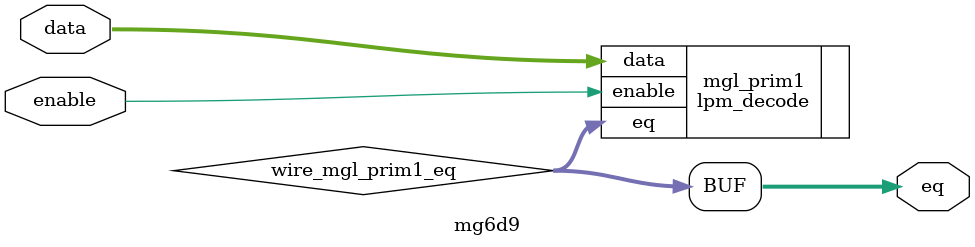
<source format=v>






//synthesis_resources = lpm_decode 1 
//synopsys translate_off
`timescale 1 ps / 1 ps
//synopsys translate_on
module  mg6d9
	( 
	data,
	enable,
	eq) /* synthesis synthesis_clearbox=1 */;
	input   [5:0]  data;
	input   enable;
	output   [63:0]  eq;

	wire  [63:0]   wire_mgl_prim1_eq;

	lpm_decode   mgl_prim1
	( 
	.data(data),
	.enable(enable),
	.eq(wire_mgl_prim1_eq));
	defparam
		mgl_prim1.lpm_decodes = 64,
		mgl_prim1.lpm_type = "LPM_DECODE",
		mgl_prim1.lpm_width = 6;
	assign
		eq = wire_mgl_prim1_eq;
endmodule //mg6d9
//VALID FILE

</source>
